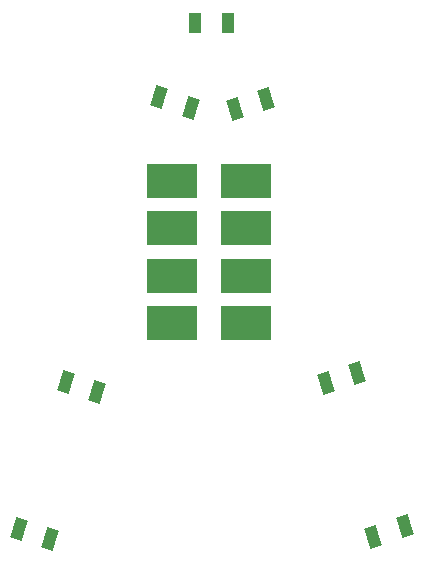
<source format=gbp>
%FSLAX25Y25*%
%MOIN*%
G70*
G01*
G75*
G04 Layer_Color=6049101*
%ADD10R,0.05000X0.08000*%
%ADD11R,0.05906X0.05906*%
%ADD12P,0.08352X4X297.0*%
%ADD13P,0.08352X4X207.0*%
%ADD14R,0.05906X0.05906*%
%ADD15P,0.08352X4X63.0*%
%ADD16P,0.08352X4X153.0*%
%ADD17C,0.02500*%
%ADD18C,0.16500*%
%ADD19C,0.04000*%
%ADD20R,0.17716X0.12205*%
G04:AMPARAMS|DCode=21|XSize=80mil|YSize=50mil|CornerRadius=0mil|HoleSize=0mil|Usage=FLASHONLY|Rotation=108.000|XOffset=0mil|YOffset=0mil|HoleType=Round|Shape=Rectangle|*
%AMROTATEDRECTD21*
4,1,4,0.03614,-0.03032,-0.01142,-0.04577,-0.03614,0.03032,0.01142,0.04577,0.03614,-0.03032,0.0*
%
%ADD21ROTATEDRECTD21*%

G04:AMPARAMS|DCode=22|XSize=80mil|YSize=50mil|CornerRadius=0mil|HoleSize=0mil|Usage=FLASHONLY|Rotation=252.000|XOffset=0mil|YOffset=0mil|HoleType=Round|Shape=Rectangle|*
%AMROTATEDRECTD22*
4,1,4,-0.01142,0.04577,0.03614,0.03032,0.01142,-0.04577,-0.03614,-0.03032,-0.01142,0.04577,0.0*
%
%ADD22ROTATEDRECTD22*%

%ADD23C,0.01000*%
%ADD24C,0.01200*%
%ADD25R,0.04000X0.07000*%
%ADD26R,0.04906X0.04906*%
%ADD27P,0.06937X4X297.0*%
%ADD28P,0.06937X4X207.0*%
%ADD29R,0.04906X0.04906*%
%ADD30P,0.06937X4X63.0*%
%ADD31P,0.06937X4X153.0*%
%ADD32R,0.16716X0.11205*%
G04:AMPARAMS|DCode=33|XSize=70mil|YSize=40mil|CornerRadius=0mil|HoleSize=0mil|Usage=FLASHONLY|Rotation=108.000|XOffset=0mil|YOffset=0mil|HoleType=Round|Shape=Rectangle|*
%AMROTATEDRECTD33*
4,1,4,0.02984,-0.02711,-0.00821,-0.03947,-0.02984,0.02711,0.00821,0.03947,0.02984,-0.02711,0.0*
%
%ADD33ROTATEDRECTD33*%

G04:AMPARAMS|DCode=34|XSize=70mil|YSize=40mil|CornerRadius=0mil|HoleSize=0mil|Usage=FLASHONLY|Rotation=252.000|XOffset=0mil|YOffset=0mil|HoleType=Round|Shape=Rectangle|*
%AMROTATEDRECTD34*
4,1,4,-0.00821,0.03947,0.02984,0.02711,0.00821,-0.03947,-0.02984,-0.02711,-0.00821,0.03947,0.0*
%
%ADD34ROTATEDRECTD34*%

D25*
X585800Y547900D02*
D03*
X574800D02*
D03*
D32*
X567200Y448052D02*
D03*
X591806D02*
D03*
X567200Y463800D02*
D03*
Y479548D02*
D03*
Y495296D02*
D03*
X591806Y463800D02*
D03*
Y479548D02*
D03*
Y495296D02*
D03*
D33*
X598531Y522700D02*
D03*
X634169Y376800D02*
D03*
X588069Y519300D02*
D03*
X644631Y380200D02*
D03*
X618269Y428100D02*
D03*
X628731Y431500D02*
D03*
D34*
X562869Y523200D02*
D03*
X531738Y428299D02*
D03*
X516069Y379500D02*
D03*
X526531Y376100D02*
D03*
X542200Y424900D02*
D03*
X573331Y519800D02*
D03*
M02*

</source>
